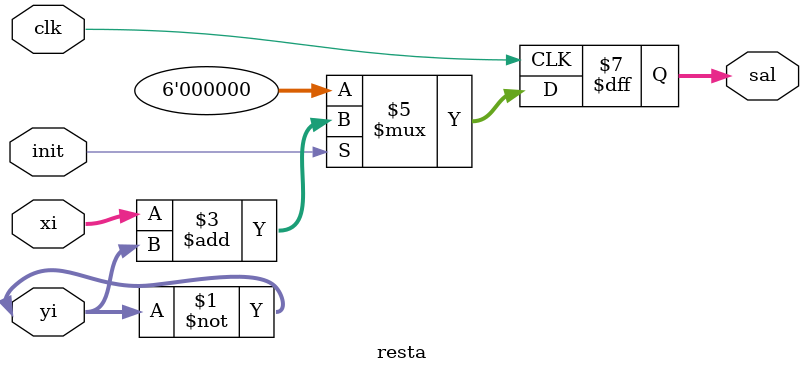
<source format=v>
`timescale 1ns / 1ps


module resta(clk, init, xi, yi, sal);

  input clk;
  input init;
  input [2:0] xi;
  input [2:0] yi;
  output reg [5:0] sal;
  
  assign yi = ~yi;
  
  
always @(posedge clk) begin
    if(init) sal = xi+yi;
    else sal=0;
end
endmodule

</source>
